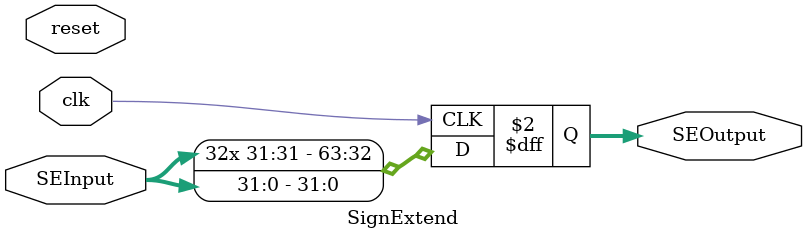
<source format=v>
`timescale 1ns / 1ps

module SignExtend(
    input clk,
    input reset,
    
    input [31:0] SEInput,
    output reg [63:0] SEOutput
    );
    
    always @(posedge clk)
    begin
        SEOutput <= $signed(SEInput);
    end
    
endmodule

</source>
